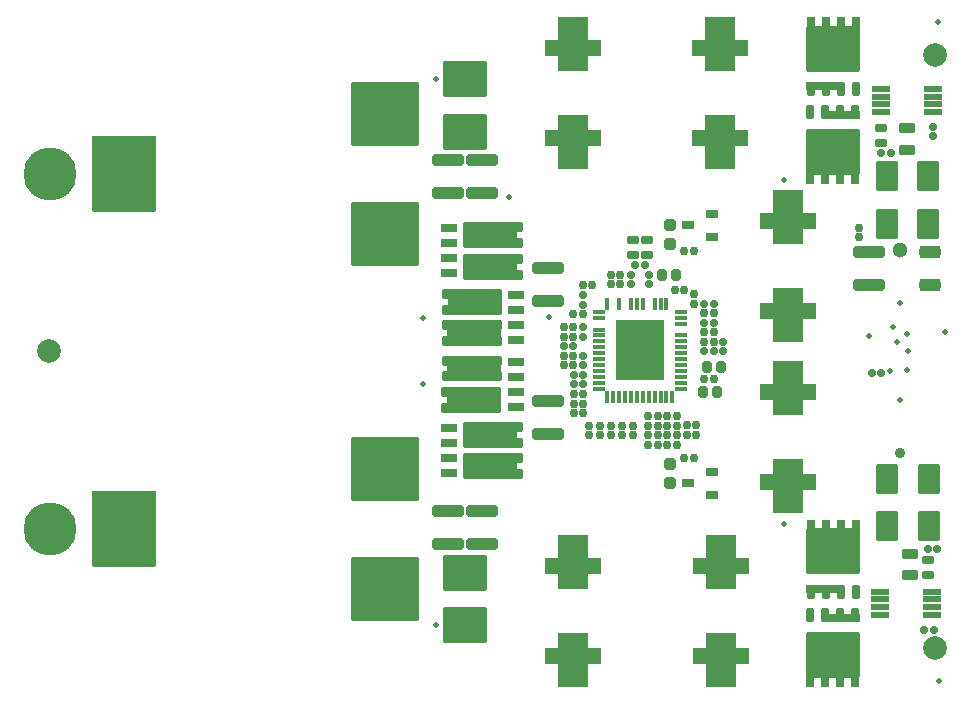
<source format=gbr>
%TF.GenerationSoftware,KiCad,Pcbnew,7.0.7*%
%TF.CreationDate,2024-04-03T12:27:14+02:00*%
%TF.ProjectId,SMPS_legged_robot_module,534d5053-5f6c-4656-9767-65645f726f62,1.0*%
%TF.SameCoordinates,Original*%
%TF.FileFunction,Soldermask,Top*%
%TF.FilePolarity,Negative*%
%FSLAX46Y46*%
G04 Gerber Fmt 4.6, Leading zero omitted, Abs format (unit mm)*
G04 Created by KiCad (PCBNEW 7.0.7) date 2024-04-03 12:27:14*
%MOMM*%
%LPD*%
G01*
G04 APERTURE LIST*
G04 Aperture macros list*
%AMRoundRect*
0 Rectangle with rounded corners*
0 $1 Rounding radius*
0 $2 $3 $4 $5 $6 $7 $8 $9 X,Y pos of 4 corners*
0 Add a 4 corners polygon primitive as box body*
4,1,4,$2,$3,$4,$5,$6,$7,$8,$9,$2,$3,0*
0 Add four circle primitives for the rounded corners*
1,1,$1+$1,$2,$3*
1,1,$1+$1,$4,$5*
1,1,$1+$1,$6,$7*
1,1,$1+$1,$8,$9*
0 Add four rect primitives between the rounded corners*
20,1,$1+$1,$2,$3,$4,$5,0*
20,1,$1+$1,$4,$5,$6,$7,0*
20,1,$1+$1,$6,$7,$8,$9,0*
20,1,$1+$1,$8,$9,$2,$3,0*%
G04 Aperture macros list end*
%ADD10RoundRect,0.180000X0.130000X0.130000X-0.130000X0.130000X-0.130000X-0.130000X0.130000X-0.130000X0*%
%ADD11RoundRect,0.187500X-0.137500X0.137500X-0.137500X-0.137500X0.137500X-0.137500X0.137500X0.137500X0*%
%ADD12RoundRect,0.200000X0.350000X0.150000X-0.350000X0.150000X-0.350000X-0.150000X0.350000X-0.150000X0*%
%ADD13RoundRect,0.187500X0.137500X0.137500X-0.137500X0.137500X-0.137500X-0.137500X0.137500X-0.137500X0*%
%ADD14RoundRect,0.268750X-0.256250X0.218750X-0.256250X-0.218750X0.256250X-0.218750X0.256250X0.218750X0*%
%ADD15RoundRect,0.268750X0.256250X-0.218750X0.256250X0.218750X-0.256250X0.218750X-0.256250X-0.218750X0*%
%ADD16C,0.499800*%
%ADD17C,0.900000*%
%ADD18C,1.300000*%
%ADD19RoundRect,0.050000X-2.205000X1.875000X-2.205000X-1.875000X2.205000X-1.875000X2.205000X1.875000X0*%
%ADD20RoundRect,0.050000X-0.300000X0.400000X-0.300000X-0.400000X0.300000X-0.400000X0.300000X0.400000X0*%
%ADD21RoundRect,0.050000X-0.250000X0.550000X-0.250000X-0.550000X0.250000X-0.550000X0.250000X0.550000X0*%
%ADD22RoundRect,0.050000X-1.600000X0.300000X-1.600000X-0.300000X1.600000X-0.300000X1.600000X0.300000X0*%
%ADD23RoundRect,0.050000X2.205000X-1.875000X2.205000X1.875000X-2.205000X1.875000X-2.205000X-1.875000X0*%
%ADD24RoundRect,0.050000X0.300000X-0.400000X0.300000X0.400000X-0.300000X0.400000X-0.300000X-0.400000X0*%
%ADD25RoundRect,0.050000X0.250000X-0.550000X0.250000X0.550000X-0.250000X0.550000X-0.250000X-0.550000X0*%
%ADD26RoundRect,0.050000X1.600000X-0.300000X1.600000X0.300000X-1.600000X0.300000X-1.600000X-0.300000X0*%
%ADD27RoundRect,0.050000X0.712500X-0.225000X0.712500X0.225000X-0.712500X0.225000X-0.712500X-0.225000X0*%
%ADD28RoundRect,0.050000X0.425000X-0.140000X0.425000X0.140000X-0.425000X0.140000X-0.425000X-0.140000X0*%
%ADD29RoundRect,0.050000X-0.140000X-0.425000X0.140000X-0.425000X0.140000X0.425000X-0.140000X0.425000X0*%
%ADD30RoundRect,0.050000X-2.000000X-2.500000X2.000000X-2.500000X2.000000X2.500000X-2.000000X2.500000X0*%
%ADD31RoundRect,0.187500X-0.137500X-0.137500X0.137500X-0.137500X0.137500X0.137500X-0.137500X0.137500X0*%
%ADD32RoundRect,0.237500X0.187500X0.262500X-0.187500X0.262500X-0.187500X-0.262500X0.187500X-0.262500X0*%
%ADD33RoundRect,0.212500X0.287500X-0.162500X0.287500X0.162500X-0.287500X0.162500X-0.287500X-0.162500X0*%
%ADD34RoundRect,0.212500X-0.287500X0.162500X-0.287500X-0.162500X0.287500X-0.162500X0.287500X0.162500X0*%
%ADD35RoundRect,0.300000X-0.650000X1.000000X-0.650000X-1.000000X0.650000X-1.000000X0.650000X1.000000X0*%
%ADD36RoundRect,0.300000X0.650000X-1.000000X0.650000X1.000000X-0.650000X1.000000X-0.650000X-1.000000X0*%
%ADD37RoundRect,0.050000X-1.250000X0.600000X-1.250000X-0.600000X1.250000X-0.600000X1.250000X0.600000X0*%
%ADD38RoundRect,0.050000X-2.350000X0.650000X-2.350000X-0.650000X2.350000X-0.650000X2.350000X0.650000X0*%
%ADD39RoundRect,0.050000X-1.250000X0.950000X-1.250000X-0.950000X1.250000X-0.950000X1.250000X0.950000X0*%
%ADD40RoundRect,0.050000X1.250000X-0.600000X1.250000X0.600000X-1.250000X0.600000X-1.250000X-0.600000X0*%
%ADD41RoundRect,0.050000X2.350000X-0.650000X2.350000X0.650000X-2.350000X0.650000X-2.350000X-0.650000X0*%
%ADD42RoundRect,0.050000X1.250000X-0.950000X1.250000X0.950000X-1.250000X0.950000X-1.250000X-0.950000X0*%
%ADD43RoundRect,0.256521X0.643479X-0.268479X0.643479X0.268479X-0.643479X0.268479X-0.643479X-0.268479X0*%
%ADD44RoundRect,0.287500X1.062500X-0.237500X1.062500X0.237500X-1.062500X0.237500X-1.062500X-0.237500X0*%
%ADD45RoundRect,0.180000X-0.130000X0.130000X-0.130000X-0.130000X0.130000X-0.130000X0.130000X0.130000X0*%
%ADD46RoundRect,0.180000X-0.130000X-0.130000X0.130000X-0.130000X0.130000X0.130000X-0.130000X0.130000X0*%
%ADD47RoundRect,0.187500X0.137500X-0.137500X0.137500X0.137500X-0.137500X0.137500X-0.137500X-0.137500X0*%
%ADD48RoundRect,0.287500X-1.062500X0.237500X-1.062500X-0.237500X1.062500X-0.237500X1.062500X0.237500X0*%
%ADD49RoundRect,0.050000X2.795000X-2.665000X2.795000X2.665000X-2.795000X2.665000X-2.795000X-2.665000X0*%
%ADD50RoundRect,0.050000X2.640000X3.175000X-2.640000X3.175000X-2.640000X-3.175000X2.640000X-3.175000X0*%
%ADD51RoundRect,0.102000X-1.730000X1.450000X-1.730000X-1.450000X1.730000X-1.450000X1.730000X1.450000X0*%
%ADD52RoundRect,0.180000X0.130000X-0.130000X0.130000X0.130000X-0.130000X0.130000X-0.130000X-0.130000X0*%
%ADD53RoundRect,0.050000X-2.487500X-0.349999X2.487500X-0.349999X2.487500X0.349999X-2.487500X0.349999X0*%
%ADD54RoundRect,0.050000X-2.249999X-0.317503X2.249999X-0.317503X2.249999X0.317503X-2.249999X0.317503X0*%
%ADD55RoundRect,0.050000X-2.487500X-0.349996X2.487500X-0.349996X2.487500X0.349996X-2.487500X0.349996X0*%
%ADD56RoundRect,0.050000X0.600000X0.325000X-0.600000X0.325000X-0.600000X-0.325000X0.600000X-0.325000X0*%
%ADD57RoundRect,0.050000X2.487500X0.349999X-2.487500X0.349999X-2.487500X-0.349999X2.487500X-0.349999X0*%
%ADD58RoundRect,0.050000X2.249999X0.317503X-2.249999X0.317503X-2.249999X-0.317503X2.249999X-0.317503X0*%
%ADD59RoundRect,0.050000X2.487500X0.349996X-2.487500X0.349996X-2.487500X-0.349996X2.487500X-0.349996X0*%
%ADD60RoundRect,0.050000X-0.600000X-0.325000X0.600000X-0.325000X0.600000X0.325000X-0.600000X0.325000X0*%
%ADD61RoundRect,0.237500X0.462500X-0.187500X0.462500X0.187500X-0.462500X0.187500X-0.462500X-0.187500X0*%
%ADD62C,0.800000*%
%ADD63C,4.500000*%
%ADD64RoundRect,0.237500X-0.462500X0.187500X-0.462500X-0.187500X0.462500X-0.187500X0.462500X0.187500X0*%
%ADD65C,2.000000*%
%ADD66RoundRect,0.102000X1.730000X-1.450000X1.730000X1.450000X-1.730000X1.450000X-1.730000X-1.450000X0*%
G04 APERTURE END LIST*
D10*
%TO.C,C603*%
X183375000Y-101750000D03*
X182575000Y-101750000D03*
%TD*%
%TO.C,C401*%
X178940000Y-80020000D03*
X178140000Y-80020000D03*
%TD*%
D11*
%TO.C,R738*%
X163080000Y-73350000D03*
X163080000Y-74150000D03*
%TD*%
D12*
%TO.C,Q708*%
X164575000Y-68475000D03*
X164575000Y-66575000D03*
X162575000Y-67525000D03*
%TD*%
D13*
%TO.C,R737*%
X163050000Y-69700000D03*
X162250000Y-69700000D03*
%TD*%
%TO.C,R736*%
X163075000Y-87200000D03*
X162275000Y-87200000D03*
%TD*%
D12*
%TO.C,Q707*%
X164600000Y-90325000D03*
X164600000Y-88425000D03*
X162600000Y-89375000D03*
%TD*%
D14*
%TO.C,D702*%
X161075000Y-67512500D03*
X161075000Y-69087500D03*
%TD*%
D15*
%TO.C,D701*%
X161075000Y-89337500D03*
X161075000Y-87762500D03*
%TD*%
D16*
%TO.C,TP414*%
X147450000Y-65100000D03*
%TD*%
%TO.C,TP413*%
X150800000Y-75300000D03*
%TD*%
%TO.C,TP409*%
X179700000Y-79875000D03*
%TD*%
%TO.C,TP407*%
X181175000Y-78150000D03*
%TD*%
%TO.C,TP406*%
X177900000Y-76900000D03*
%TD*%
%TO.C,TP405*%
X179900000Y-76150000D03*
%TD*%
%TO.C,TP404*%
X184350000Y-76575000D03*
%TD*%
%TO.C,TP403*%
X181125000Y-76725000D03*
%TD*%
%TO.C,TP402*%
X180250000Y-77425000D03*
%TD*%
%TO.C,TP401*%
X181125000Y-79750000D03*
%TD*%
%TO.C,TP711*%
X141200000Y-101400000D03*
%TD*%
%TO.C,TP710*%
X141200000Y-55100000D03*
%TD*%
%TO.C,TP708*%
X170700000Y-63650000D03*
%TD*%
%TO.C,TP707*%
X170700000Y-92800000D03*
%TD*%
%TO.C,TP703*%
X140100000Y-80950000D03*
%TD*%
%TO.C,TP702*%
X140100000Y-75350000D03*
%TD*%
%TO.C,TP412*%
X183800000Y-106100000D03*
%TD*%
%TO.C,TP411*%
X183750000Y-50350000D03*
%TD*%
%TO.C,TP410*%
X180550000Y-82350000D03*
%TD*%
%TO.C,TP408*%
X180500000Y-74100000D03*
%TD*%
D17*
%TO.C,J401*%
X180530000Y-86800000D03*
D18*
X180530000Y-69600000D03*
%TD*%
D19*
%TO.C,Q604*%
X174845000Y-103906700D03*
D20*
X176750000Y-106181700D03*
X175480000Y-106181700D03*
X174210000Y-106181700D03*
X172940000Y-106181700D03*
D21*
X172915000Y-100481700D03*
X176725000Y-100481700D03*
X175455000Y-100481700D03*
X174185000Y-100481700D03*
D22*
X175535000Y-100731700D03*
%TD*%
D23*
%TO.C,Q603*%
X174885000Y-95133300D03*
D24*
X172980000Y-92858300D03*
X174250000Y-92858300D03*
X175520000Y-92858300D03*
X176790000Y-92858300D03*
D25*
X176815000Y-98558300D03*
X173005000Y-98558300D03*
X174275000Y-98558300D03*
X175545000Y-98558300D03*
D26*
X174195000Y-98308300D03*
%TD*%
D23*
%TO.C,Q602*%
X174865000Y-52566700D03*
D24*
X172960000Y-50291700D03*
X174230000Y-50291700D03*
X175500000Y-50291700D03*
X176770000Y-50291700D03*
D25*
X176795000Y-55991700D03*
X172985000Y-55991700D03*
X174255000Y-55991700D03*
X175525000Y-55991700D03*
D26*
X174175000Y-55741700D03*
%TD*%
D19*
%TO.C,Q601*%
X174825000Y-61346700D03*
D20*
X176730000Y-63621700D03*
X175460000Y-63621700D03*
X174190000Y-63621700D03*
X172920000Y-63621700D03*
D21*
X172895000Y-57921700D03*
X176705000Y-57921700D03*
X175435000Y-57921700D03*
X174165000Y-57921700D03*
D22*
X175515000Y-58171700D03*
%TD*%
D27*
%TO.C,IC601*%
X178918000Y-55985000D03*
X178918000Y-56635000D03*
X178918000Y-57285000D03*
X178918000Y-57935000D03*
X183342000Y-57935000D03*
X183342000Y-57285000D03*
X183342000Y-56635000D03*
X183342000Y-55985000D03*
%TD*%
%TO.C,IC602*%
X178838000Y-98537300D03*
X178838000Y-99187300D03*
X178838000Y-99837300D03*
X178838000Y-100487300D03*
X183262000Y-100487300D03*
X183262000Y-99837300D03*
X183262000Y-99187300D03*
X183262000Y-98537300D03*
%TD*%
D28*
%TO.C,IC701*%
X155050000Y-74850000D03*
X155050000Y-75350000D03*
X155050000Y-76350000D03*
X155050000Y-76850000D03*
X155050000Y-77350000D03*
X155050000Y-77850000D03*
X155050000Y-78350000D03*
X155050000Y-78850000D03*
X155050000Y-79350000D03*
X155050000Y-79850000D03*
X155050000Y-80350000D03*
X155050000Y-80850000D03*
X155050000Y-81350000D03*
D29*
X155750000Y-82050000D03*
X156250000Y-82050000D03*
X156750000Y-82050000D03*
X157250000Y-82050000D03*
X157750000Y-82050000D03*
X158250000Y-82050000D03*
X158750000Y-82050000D03*
X159250000Y-82050000D03*
X159750000Y-82050000D03*
X160250000Y-82050000D03*
X160750000Y-82050000D03*
X161250000Y-82050000D03*
D28*
X161950000Y-81350000D03*
X161950000Y-80850000D03*
X161950000Y-80350000D03*
X161950000Y-79850000D03*
X161950000Y-79350000D03*
X161950000Y-78850000D03*
X161950000Y-78350000D03*
X161950000Y-77850000D03*
X161950000Y-77350000D03*
X161950000Y-76850000D03*
X161950000Y-75850000D03*
X161950000Y-75350000D03*
X161950000Y-74850000D03*
D29*
X160750000Y-74150000D03*
X160250000Y-74150000D03*
X159750000Y-74150000D03*
X158750000Y-74150000D03*
X158250000Y-74150000D03*
X157750000Y-74150000D03*
X156750000Y-74150000D03*
X155750000Y-74150000D03*
D30*
X158500000Y-78100000D03*
%TD*%
D11*
%TO.C,R732*%
X156020000Y-71720000D03*
X156020000Y-72520000D03*
%TD*%
D31*
%TO.C,R739*%
X153680000Y-72610000D03*
X154480000Y-72610000D03*
%TD*%
D13*
%TO.C,R735*%
X164740000Y-74940000D03*
X163940000Y-74940000D03*
%TD*%
%TO.C,R734*%
X161450000Y-73000000D03*
X162250000Y-73000000D03*
%TD*%
D31*
%TO.C,R733*%
X152870000Y-75040000D03*
X153670000Y-75040000D03*
%TD*%
D32*
%TO.C,C726*%
X165000000Y-81650000D03*
X163800000Y-81650000D03*
%TD*%
%TO.C,C716*%
X165360000Y-79490000D03*
X164160000Y-79490000D03*
%TD*%
D11*
%TO.C,R901*%
X177050000Y-67750000D03*
X177050000Y-68550000D03*
%TD*%
D33*
%TO.C,R604*%
X182880000Y-97150000D03*
X182880000Y-95850000D03*
%TD*%
D34*
%TO.C,R602*%
X178950000Y-59250000D03*
X178950000Y-60550000D03*
%TD*%
D35*
%TO.C,D606*%
X182960000Y-88990000D03*
X182960000Y-92990000D03*
%TD*%
%TO.C,D605*%
X179400000Y-89000000D03*
X179400000Y-93000000D03*
%TD*%
D36*
%TO.C,D604*%
X182890000Y-67390000D03*
X182890000Y-63390000D03*
%TD*%
%TO.C,D603*%
X179390000Y-67390000D03*
X179390000Y-63390000D03*
%TD*%
D37*
%TO.C,C905*%
X171050000Y-82900000D03*
D38*
X171050000Y-81650000D03*
D39*
X171050000Y-80050000D03*
X171050000Y-90850000D03*
D38*
X171050000Y-89250000D03*
D37*
X171050000Y-88000000D03*
%TD*%
D40*
%TO.C,C904*%
X171000000Y-73500000D03*
D41*
X171000000Y-74750000D03*
D42*
X171000000Y-76350000D03*
X171000000Y-65550000D03*
D41*
X171000000Y-67150000D03*
D40*
X171000000Y-68400000D03*
%TD*%
D43*
%TO.C,C902*%
X183050000Y-72550000D03*
X183050000Y-69750000D03*
%TD*%
D44*
%TO.C,C901*%
X177900000Y-72550000D03*
X177900000Y-69750000D03*
%TD*%
D10*
%TO.C,C604*%
X183650000Y-94920000D03*
X182850000Y-94920000D03*
%TD*%
%TO.C,C602*%
X179750000Y-61360000D03*
X178950000Y-61360000D03*
%TD*%
D45*
%TO.C,C601*%
X183350000Y-59200000D03*
X183350000Y-60000000D03*
%TD*%
D11*
%TO.C,R712*%
X161630000Y-85290000D03*
X161630000Y-86090000D03*
%TD*%
D46*
%TO.C,C709*%
X152880000Y-81000000D03*
X153680000Y-81000000D03*
%TD*%
D11*
%TO.C,R705*%
X157010000Y-85290000D03*
X157010000Y-84490000D03*
%TD*%
D47*
%TO.C,R718*%
X160820000Y-86090000D03*
X160820000Y-85290000D03*
%TD*%
D11*
%TO.C,R704*%
X157950000Y-85290000D03*
X157950000Y-84490000D03*
%TD*%
D48*
%TO.C,C706*%
X145140000Y-61961000D03*
X145140000Y-64761000D03*
%TD*%
D49*
%TO.C,L702*%
X136910000Y-98315000D03*
X136910000Y-88165000D03*
D50*
X114835000Y-93240000D03*
%TD*%
D47*
%TO.C,R714*%
X159205000Y-84475000D03*
X159205000Y-83675000D03*
%TD*%
D37*
%TO.C,C730*%
X152870000Y-97640000D03*
D38*
X152870000Y-96390000D03*
D39*
X152870000Y-94790000D03*
X152870000Y-105590000D03*
D38*
X152870000Y-103990000D03*
D37*
X152870000Y-102740000D03*
%TD*%
D31*
%TO.C,R706*%
X163940000Y-80570000D03*
X164740000Y-80570000D03*
%TD*%
D51*
%TO.C,R717*%
X143700000Y-55119000D03*
X143700000Y-59581000D03*
%TD*%
D11*
%TO.C,R715*%
X159200000Y-85290000D03*
X159200000Y-86090000D03*
%TD*%
D52*
%TO.C,C711*%
X165500000Y-78200000D03*
X165500000Y-77400000D03*
%TD*%
D13*
%TO.C,R701*%
X153680000Y-81810000D03*
X152880000Y-81810000D03*
%TD*%
D48*
%TO.C,C707*%
X142280000Y-61961000D03*
X142280000Y-64761000D03*
%TD*%
D13*
%TO.C,R711*%
X153680000Y-83430000D03*
X152880000Y-83430000D03*
%TD*%
D53*
%TO.C,Q701*%
X146062500Y-67689999D03*
D54*
X145824999Y-68357503D03*
D55*
X146062500Y-69025002D03*
D53*
X146050001Y-70354996D03*
D54*
X145812500Y-71022500D03*
D55*
X146050001Y-71689999D03*
D56*
X142325000Y-69054999D03*
X142325000Y-71594999D03*
X142325000Y-67784999D03*
X142325000Y-70324999D03*
%TD*%
D13*
%TO.C,R730*%
X152870000Y-78570000D03*
X152070000Y-78570000D03*
%TD*%
D31*
%TO.C,R702*%
X163940000Y-76580000D03*
X164740000Y-76580000D03*
%TD*%
D57*
%TO.C,Q706*%
X144231001Y-82975000D03*
D58*
X144468502Y-82307496D03*
D59*
X144231001Y-81639997D03*
D57*
X144243500Y-80310003D03*
D58*
X144481001Y-79642499D03*
D59*
X144243500Y-78975000D03*
D60*
X147968501Y-81610000D03*
X147968501Y-79070000D03*
X147968501Y-82880000D03*
X147968501Y-80340000D03*
%TD*%
D45*
%TO.C,C725*%
X153680000Y-78580000D03*
X153680000Y-79380000D03*
%TD*%
D31*
%TO.C,R703*%
X163940000Y-77390000D03*
X164740000Y-77390000D03*
%TD*%
D44*
%TO.C,C732*%
X142280000Y-94530000D03*
X142280000Y-91730000D03*
%TD*%
D48*
%TO.C,C714*%
X150720000Y-71110000D03*
X150720000Y-73910000D03*
%TD*%
D45*
%TO.C,C703*%
X153680000Y-76160000D03*
X153680000Y-76960000D03*
%TD*%
D13*
%TO.C,R722*%
X163250000Y-84465000D03*
X162450000Y-84465000D03*
%TD*%
D34*
%TO.C,R728*%
X159070000Y-68730000D03*
X159070000Y-70030000D03*
%TD*%
D46*
%TO.C,C710*%
X152880000Y-80190000D03*
X153680000Y-80190000D03*
%TD*%
D61*
%TO.C,R601*%
X181130000Y-61110000D03*
X181130000Y-59310000D03*
%TD*%
D47*
%TO.C,R713*%
X161640000Y-84480000D03*
X161640000Y-83680000D03*
%TD*%
D62*
%TO.C,H801*%
X106880000Y-63200000D03*
X107363274Y-62033274D03*
X107363274Y-64366726D03*
X108530000Y-61550000D03*
D63*
X108530000Y-63200000D03*
D62*
X108530000Y-64850000D03*
X109696726Y-62033274D03*
X109696726Y-64366726D03*
X110180000Y-63200000D03*
%TD*%
D31*
%TO.C,R716*%
X162450000Y-85275000D03*
X163250000Y-85275000D03*
%TD*%
D64*
%TO.C,R603*%
X181350000Y-95340000D03*
X181350000Y-97140000D03*
%TD*%
D65*
%TO.C,FM703*%
X183500000Y-103300000D03*
%TD*%
D45*
%TO.C,C723*%
X159270000Y-71720000D03*
X159270000Y-72520000D03*
%TD*%
D44*
%TO.C,C701*%
X150720000Y-85180000D03*
X150720000Y-82380000D03*
%TD*%
D46*
%TO.C,C708*%
X152070000Y-77770000D03*
X152870000Y-77770000D03*
%TD*%
D32*
%TO.C,C607*%
X160350000Y-71700000D03*
X161550000Y-71700000D03*
%TD*%
D46*
%TO.C,C720*%
X158090000Y-70910000D03*
X158890000Y-70910000D03*
%TD*%
D49*
%TO.C,L701*%
X136910000Y-68235000D03*
X136910000Y-58085000D03*
D50*
X114835000Y-63160000D03*
%TD*%
D45*
%TO.C,C722*%
X157710000Y-71720000D03*
X157710000Y-72520000D03*
%TD*%
D40*
%TO.C,C704*%
X152870000Y-53760000D03*
D41*
X152870000Y-52510000D03*
D42*
X152870000Y-50910000D03*
X152870000Y-61710000D03*
D41*
X152870000Y-60110000D03*
D40*
X152870000Y-58860000D03*
%TD*%
D37*
%TO.C,C729*%
X165330000Y-97630000D03*
D38*
X165330000Y-96380000D03*
D39*
X165330000Y-94780000D03*
X165330000Y-105580000D03*
D38*
X165330000Y-103980000D03*
D37*
X165330000Y-102730000D03*
%TD*%
D11*
%TO.C,R719*%
X160820000Y-83680000D03*
X160820000Y-84480000D03*
%TD*%
D53*
%TO.C,Q705*%
X146062500Y-84589999D03*
D54*
X145824999Y-85257503D03*
D55*
X146062500Y-85925002D03*
D53*
X146050001Y-87254996D03*
D54*
X145812500Y-87922500D03*
D55*
X146050001Y-88589999D03*
D56*
X142325000Y-85954999D03*
X142325000Y-88494999D03*
X142325000Y-84684999D03*
X142325000Y-87224999D03*
%TD*%
D40*
%TO.C,C705*%
X165290000Y-58850000D03*
D41*
X165290000Y-60100000D03*
D42*
X165290000Y-61700000D03*
X165290000Y-50900000D03*
D41*
X165290000Y-52500000D03*
D40*
X165290000Y-53750000D03*
%TD*%
D47*
%TO.C,R726*%
X156850000Y-72520000D03*
X156850000Y-71720000D03*
%TD*%
D65*
%TO.C,FM701*%
X183500000Y-53100000D03*
%TD*%
%TO.C,FM705*%
X108500000Y-78200000D03*
%TD*%
D45*
%TO.C,C702*%
X153680000Y-73430000D03*
X153680000Y-74230000D03*
%TD*%
D13*
%TO.C,R710*%
X153680000Y-82620000D03*
X152880000Y-82620000D03*
%TD*%
D10*
%TO.C,C712*%
X164740000Y-78200000D03*
X163940000Y-78200000D03*
%TD*%
D44*
%TO.C,C731*%
X145140000Y-94530000D03*
X145140000Y-91730000D03*
%TD*%
D46*
%TO.C,C715*%
X164740000Y-74150000D03*
X163940000Y-74150000D03*
%TD*%
D11*
%TO.C,R709*%
X154190000Y-85280000D03*
X154190000Y-84480000D03*
%TD*%
D57*
%TO.C,Q702*%
X144247502Y-77319999D03*
D58*
X144485003Y-76652495D03*
D59*
X144247502Y-75984996D03*
D57*
X144260001Y-74655002D03*
D58*
X144497502Y-73987498D03*
D59*
X144260001Y-73319999D03*
D60*
X147985002Y-75954999D03*
X147985002Y-73414999D03*
X147985002Y-77224999D03*
X147985002Y-74684999D03*
%TD*%
D13*
%TO.C,R723*%
X152870000Y-76160000D03*
X152070000Y-76160000D03*
%TD*%
D66*
%TO.C,R729*%
X143710000Y-101391000D03*
X143710000Y-96929000D03*
%TD*%
D34*
%TO.C,R727*%
X157880000Y-68730000D03*
X157880000Y-70030000D03*
%TD*%
D47*
%TO.C,R721*%
X160010000Y-86090000D03*
X160010000Y-85290000D03*
%TD*%
D62*
%TO.C,H802*%
X106880000Y-93200000D03*
X107363274Y-92033274D03*
X107363274Y-94366726D03*
X108530000Y-91550000D03*
D63*
X108530000Y-93200000D03*
D62*
X108530000Y-94850000D03*
X109696726Y-92033274D03*
X109696726Y-94366726D03*
X110180000Y-93200000D03*
%TD*%
D13*
%TO.C,R731*%
X152870000Y-79380000D03*
X152070000Y-79380000D03*
%TD*%
D10*
%TO.C,C713*%
X164740000Y-75770000D03*
X163940000Y-75770000D03*
%TD*%
D13*
%TO.C,R724*%
X152870000Y-76960000D03*
X152070000Y-76960000D03*
%TD*%
D11*
%TO.C,R707*%
X156070000Y-85290000D03*
X156070000Y-84490000D03*
%TD*%
%TO.C,R720*%
X160015000Y-83675000D03*
X160015000Y-84475000D03*
%TD*%
%TO.C,R708*%
X155130000Y-85280000D03*
X155130000Y-84480000D03*
%TD*%
M02*

</source>
